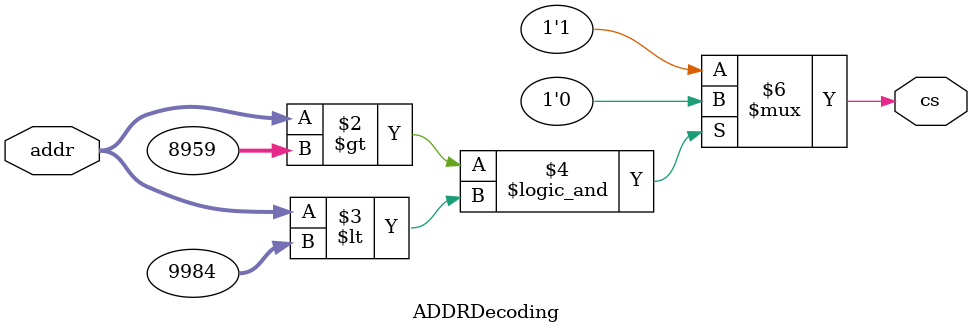
<source format=v>
module ADDRDecoding (
	//inputs
	input[31:0] addr,
	
	//outputs
	output reg cs
);

	always @(addr) begin
		
		if((addr > 32'h22FF) && (addr < 32'h2700)) begin
			cs <= 1'b0;
		end
		
		else begin
			cs <= 1'b1;
		end
	end
endmodule

</source>
